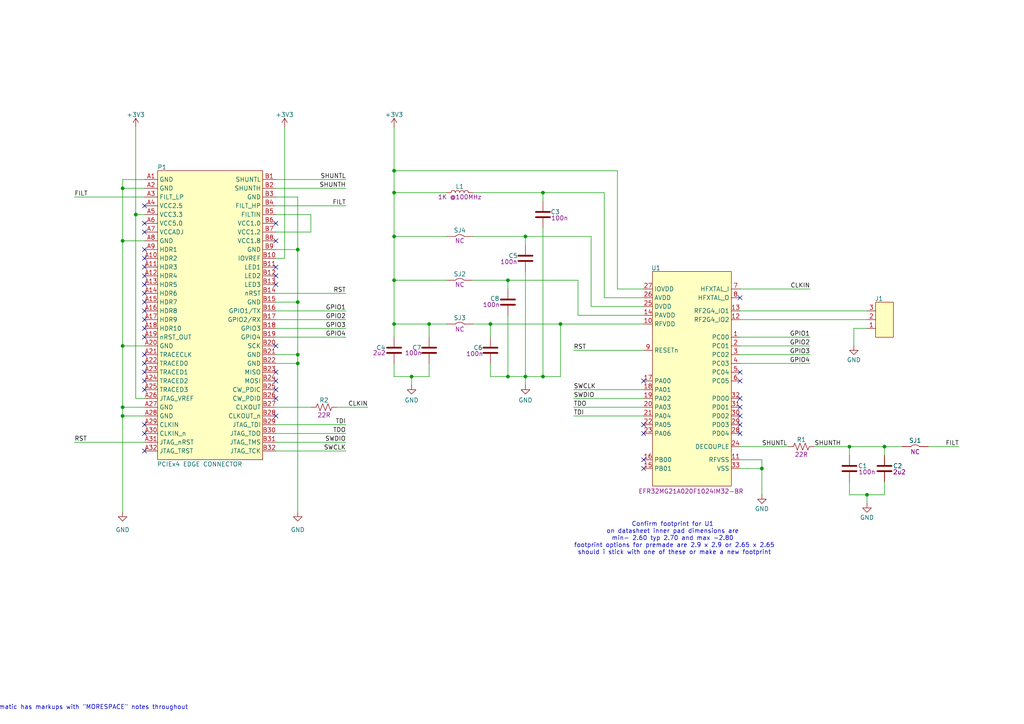
<source format=kicad_sch>
(kicad_sch (version 20231120) (generator "eeschema") (generator_version "8.0")
  (paper "A4")
  (lib_symbols
    (symbol "0603_Yageo_Res:RES_22R_0603" (pin_numbers hide)
      (property "Reference" "R" (at -20.32 5.08 0))
      (property "Display Value" "22R" (at 15.24 5.08 0))
      (symbol "RES_22R_0603_0_1"
        (polyline (pts (xy -2.286 0) (xy -2.54 0)))
        (polyline (pts (xy 2.286 0) (xy 2.54 0)))
        (polyline (pts (xy -2.286 0) (xy -1.905 1.016) (xy -1.524 0) (xy -1.143 -1.016) (xy -0.762 0)))
        (polyline (pts (xy -0.762 0) (xy -0.381 1.016) (xy 0 0) (xy 0.381 -1.016) (xy 0.762 0)))
        (polyline (pts (xy 0.762 0) (xy 1.143 1.016) (xy 1.524 0) (xy 1.905 -1.016) (xy 2.286 0)))
      )
      (symbol "RES_22R_0603_1_1"
        (pin passive line (at -3.81 0 0) (length 1.27) (name "~") (number "1"))
        (pin passive line (at 3.81 0 180) (length 1.27) (name "~") (number "2"))
      )
    )
    (symbol "Silkscreen_Symbols:CE_Free" (in_bom no)
      (property "Reference" "PCB" (at -2.54 6.35 0))
      (property "Value" "CE Symbol" (at 0 0 0))
    )
    (symbol "Silkscreen_Symbols:Pb_Free" (in_bom no)
      (property "Reference" "PCB" (at 0 0 0))
      (property "Value" "Pb_Free Symbol" (at 0 0 0))
    )
    (symbol "Silkscreen_Symbols:UKCA" (in_bom no)
      (property "Reference" "PCB" (at 0 0 0))
      (property "Value" "UKCA symbol" (at 0 0 0))
    )
    (symbol "Silkscreen_Symbols:WEEE" (in_bom no)
      (property "Reference" "PCB" (at -1.27 4.445 0))
      (property "Value" "WEEE SYMBOL" (at 0 0 0))
    )
    (symbol "nae_caps:CAP_100n_10V_0603" (pin_numbers hide)
      (property "Reference" "C" (at -20.32 5.08 0))
      (property "Display Value" "100n" (at 15.24 5.08 0))
      (symbol "CAP_100n_10V_0603_0_1"
        (polyline (pts (xy -0.762 -2.032) (xy -0.762 2.032)) (stroke (width 0.508)))
        (polyline (pts (xy 0.762 -2.032) (xy 0.762 2.032)) (stroke (width 0.508)))
      )
      (symbol "CAP_100n_10V_0603_1_1"
        (pin passive line (at -3.81 0 0) (length 2.794) (name "~") (number "1"))
        (pin passive line (at 3.81 0 180) (length 2.794) (name "~") (number "2"))
      )
    )
    (symbol "nae_caps:CAP_2u2_10V_0603" (pin_numbers hide)
      (property "Reference" "C" (at -20.32 5.08 0))
      (property "Display Value" "2u2" (at 15.24 5.08 0))
      (symbol "CAP_2u2_10V_0603_0_1"
        (polyline (pts (xy -0.762 -2.032) (xy -0.762 2.032)) (stroke (width 0.508)))
        (polyline (pts (xy 0.762 -2.032) (xy 0.762 2.032)) (stroke (width 0.508)))
      )
      (symbol "CAP_2u2_10V_0603_1_1"
        (pin passive line (at -3.81 0 0) (length 2.794) (name "~") (number "1"))
        (pin passive line (at 3.81 0 180) (length 2.794) (name "~") (number "2"))
      )
    )
    (symbol "power:+3V3" (power) (pin_numbers hide) (pin_names (offset 0) hide)
      (property "Value" "+3V3" (at 0 3.556 0))
      (symbol "+3V3_0_1"
        (polyline (pts (xy -0.762 1.27) (xy 0 2.54)))
        (polyline (pts (xy 0 0) (xy 0 2.54)))
        (polyline (pts (xy 0 2.54) (xy 0.762 1.27)))
      )
      (symbol "+3V3_1_1"
        (pin power_in line (at 0 0 90) (length 0) (name "~") (number "1"))
      )
    )
    (symbol "power:GND" (power) (pin_numbers hide) (pin_names (offset 0) hide)
      (property "Value" "GND" (at 0 -3.81 0))
      (symbol "GND_0_1"
        (polyline (pts (xy 0 0) (xy 0 -1.27) (xy 1.27 -1.27) (xy 0 -2.54) (xy -1.27 -1.27) (xy 0 -1.27)))
      )
      (symbol "GND_1_1"
        (pin power_in line (at 0 0 270) (length 0) (name "~") (number "1"))
      )
    )
    (symbol "tutorial_2_library:1x3 header 2.54mm"
      (property "Reference" "J" (at 1.27 3.81 0))
      (symbol "1x3 header 2.54mm_1_1"
        (rectangle (start 0 2.54) (end 5.08 -7.62) (fill (type background)))
        (pin unspecified line (at -2.54 -5.08 0) (length 2.54) (name "") (number "1"))
        (pin unspecified line (at -2.54 -2.54 0) (length 2.54) (name "") (number "2"))
        (pin unspecified line (at -2.54 0 0) (length 2.54) (name "") (number "3"))
      )
    )
    (symbol "tutorial_2_library:CW312T-Template" (in_bom no)
      (property "Reference" "P" (at -15.24 3.81 0))
      (property "Value" "PCIEx4 EDGE CONNECTOR " (at 3.81 3.81 0))
      (symbol "CW312T-Template_1_1"
        (rectangle (start -15.24 2.54) (end 15.24 -81.28) (fill (type background)))
        (pin unspecified line (at -19.05 0 0) (length 3.81) (name "GND") (number "A1"))
        (pin unspecified line (at -19.05 -22.86 0) (length 3.81) (name "HDR2") (number "A10"))
        (pin unspecified line (at -19.05 -25.4 0) (length 3.81) (name "HDR3") (number "A11"))
        (pin unspecified line (at -19.05 -27.94 0) (length 3.81) (name "HDR4") (number "A12"))
        (pin unspecified line (at -19.05 -30.48 0) (length 3.81) (name "HDR5") (number "A13"))
        (pin unspecified line (at -19.05 -33.02 0) (length 3.81) (name "HDR6") (number "A14"))
        (pin unspecified line (at -19.05 -35.56 0) (length 3.81) (name "HDR7") (number "A15"))
        (pin unspecified line (at -19.05 -38.1 0) (length 3.81) (name "HDR8") (number "A16"))
        (pin unspecified line (at -19.05 -40.64 0) (length 3.81) (name "HDR9") (number "A17"))
        (pin unspecified line (at -19.05 -43.18 0) (length 3.81) (name "HDR10") (number "A18"))
        (pin unspecified line (at -19.05 -45.72 0) (length 3.81) (name "nRST_OUT") (number "A19"))
        (pin unspecified line (at -19.05 -2.54 0) (length 3.81) (name "GND") (number "A2"))
        (pin unspecified line (at -19.05 -48.26 0) (length 3.81) (name "GND") (number "A20"))
        (pin unspecified line (at -19.05 -50.8 0) (length 3.81) (name "TRACECLK") (number "A21"))
        (pin unspecified line (at -19.05 -53.34 0) (length 3.81) (name "TRACED0") (number "A22"))
        (pin unspecified line (at -19.05 -55.88 0) (length 3.81) (name "TRACED1") (number "A23"))
        (pin unspecified line (at -19.05 -58.42 0) (length 3.81) (name "TRACED2") (number "A24"))
        (pin unspecified line (at -19.05 -60.96 0) (length 3.81) (name "TRACED3") (number "A25"))
        (pin unspecified line (at -19.05 -63.5 0) (length 3.81) (name "JTAG_VREF") (number "A26"))
        (pin unspecified line (at -19.05 -66.04 0) (length 3.81) (name "GND") (number "A27"))
        (pin unspecified line (at -19.05 -68.58 0) (length 3.81) (name "GND") (number "A28"))
        (pin unspecified line (at -19.05 -71.12 0) (length 3.81) (name "CLKIN") (number "A29"))
        (pin unspecified line (at -19.05 -5.08 0) (length 3.81) (name "FILT_LP") (number "A3"))
        (pin unspecified line (at -19.05 -73.66 0) (length 3.81) (name "CLKIN_n") (number "A30"))
        (pin unspecified line (at -19.05 -76.2 0) (length 3.81) (name "JTAG_nRST") (number "A31"))
        (pin unspecified line (at -19.05 -78.74 0) (length 3.81) (name "JTAG_TRST") (number "A32"))
        (pin unspecified line (at -19.05 -7.62 0) (length 3.81) (name "VCC2.5") (number "A4"))
        (pin unspecified line (at -19.05 -10.16 0) (length 3.81) (name "VCC3.3") (number "A5"))
        (pin unspecified line (at -19.05 -12.7 0) (length 3.81) (name "VCC5.0") (number "A6"))
        (pin unspecified line (at -19.05 -15.24 0) (length 3.81) (name "VCCADJ") (number "A7"))
        (pin unspecified line (at -19.05 -17.78 0) (length 3.81) (name "GND") (number "A8"))
        (pin unspecified line (at -19.05 -20.32 0) (length 3.81) (name "HDR1") (number "A9"))
        (pin unspecified line (at 19.05 0 180) (length 3.81) (name "SHUNTL") (number "B1"))
        (pin unspecified line (at 19.05 -22.86 180) (length 3.81) (name "IOVREF") (number "B10"))
        (pin unspecified line (at 19.05 -25.4 180) (length 3.81) (name "LED1") (number "B11"))
        (pin unspecified line (at 19.05 -27.94 180) (length 3.81) (name "LED2") (number "B12"))
        (pin unspecified line (at 19.05 -30.48 180) (length 3.81) (name "LED3") (number "B13"))
        (pin unspecified line (at 19.05 -33.02 180) (length 3.81) (name "nRST") (number "B14"))
        (pin unspecified line (at 19.05 -35.56 180) (length 3.81) (name "GND") (number "B15"))
        (pin unspecified line (at 19.05 -38.1 180) (length 3.81) (name "GPIO1/TX") (number "B16"))
        (pin unspecified line (at 19.05 -40.64 180) (length 3.81) (name "GPIO2/RX") (number "B17"))
        (pin unspecified line (at 19.05 -43.18 180) (length 3.81) (name "GPIO3") (number "B18"))
        (pin unspecified line (at 19.05 -45.72 180) (length 3.81) (name "GPIO4") (number "B19"))
        (pin unspecified line (at 19.05 -2.54 180) (length 3.81) (name "SHUNTH") (number "B2"))
        (pin unspecified line (at 19.05 -48.26 180) (length 3.81) (name "SCK") (number "B20"))
        (pin unspecified line (at 19.05 -50.8 180) (length 3.81) (name "GND") (number "B21"))
        (pin unspecified line (at 19.05 -53.34 180) (length 3.81) (name "GND") (number "B22"))
        (pin unspecified line (at 19.05 -55.88 180) (length 3.81) (name "MISO") (number "B23"))
        (pin unspecified line (at 19.05 -58.42 180) (length 3.81) (name "MOSI") (number "B24"))
        (pin unspecified line (at 19.05 -60.96 180) (length 3.81) (name "CW_PDIC") (number "B25"))
        (pin unspecified line (at 19.05 -63.5 180) (length 3.81) (name "CW_PDID") (number "B26"))
        (pin unspecified line (at 19.05 -66.04 180) (length 3.81) (name "CLKOUT") (number "B27"))
        (pin unspecified line (at 19.05 -68.58 180) (length 3.81) (name "CLKOUT_n") (number "B28"))
        (pin unspecified line (at 19.05 -71.12 180) (length 3.81) (name "JTAG_TDI") (number "B29"))
        (pin unspecified line (at 19.05 -5.08 180) (length 3.81) (name "GND") (number "B3"))
        (pin unspecified line (at 19.05 -73.66 180) (length 3.81) (name "JTAG_TDO") (number "B30"))
        (pin unspecified line (at 19.05 -76.2 180) (length 3.81) (name "JTAG_TMS") (number "B31"))
        (pin unspecified line (at 19.05 -78.74 180) (length 3.81) (name "JTAG_TCK") (number "B32"))
        (pin unspecified line (at 19.05 -7.62 180) (length 3.81) (name "FILT_HP") (number "B4"))
        (pin unspecified line (at 19.05 -10.16 180) (length 3.81) (name "FILTIN") (number "B5"))
        (pin unspecified line (at 19.05 -12.7 180) (length 3.81) (name "VCC1.0") (number "B6"))
        (pin unspecified line (at 19.05 -15.24 180) (length 3.81) (name "VCC1.2") (number "B7"))
        (pin unspecified line (at 19.05 -17.78 180) (length 3.81) (name "VCC1.8") (number "B8"))
        (pin unspecified line (at 19.05 -20.32 180) (length 3.81) (name "GND") (number "B9"))
      )
    )
    (symbol "tutorial_2_library:EFR32MG21A020F1024IM32-BR"
      (property "Reference" "U" (at -11.43 6.35 0))
      (property "Display Value" "EFR32MG21A020F1024IM32-BR" (at 3.81 -58.42 0))
      (symbol "EFR32MG21A020F1024IM32-BR_1_1"
        (rectangle (start -11.43 5.08) (end 11.43 -57.15) (fill (type background)))
        (pin unspecified line (at 13.97 -13.97 180) (length 2.54) (name "PC00") (number "1"))
        (pin unspecified line (at -13.97 -10.16 0) (length 2.54) (name "RFVDD") (number "10"))
        (pin unspecified line (at 13.97 -49.53 180) (length 2.54) (name "RFVSS") (number "11"))
        (pin unspecified line (at 13.97 -8.89 180) (length 2.54) (name "RF2G4_IO2") (number "12"))
        (pin unspecified line (at 13.97 -6.35 180) (length 2.54) (name "RF2G4_IO1") (number "13"))
        (pin unspecified line (at -13.97 -7.62 0) (length 2.54) (name "PAVDD") (number "14"))
        (pin unspecified line (at -13.97 -52.07 0) (length 2.54) (name "PB01") (number "15"))
        (pin unspecified line (at -13.97 -49.53 0) (length 2.54) (name "PB00") (number "16"))
        (pin unspecified line (at -13.97 -26.67 0) (length 2.54) (name "PA00") (number "17"))
        (pin unspecified line (at -13.97 -29.21 0) (length 2.54) (name "PA01") (number "18"))
        (pin unspecified line (at -13.97 -31.75 0) (length 2.54) (name "PA02") (number "19"))
        (pin unspecified line (at 13.97 -16.51 180) (length 2.54) (name "PC01") (number "2"))
        (pin unspecified line (at -13.97 -34.29 0) (length 2.54) (name "PA03") (number "20"))
        (pin unspecified line (at -13.97 -36.83 0) (length 2.54) (name "PA04") (number "21"))
        (pin unspecified line (at -13.97 -39.37 0) (length 2.54) (name "PA05") (number "22"))
        (pin unspecified line (at -13.97 -41.91 0) (length 2.54) (name "PA06") (number "23"))
        (pin unspecified line (at 13.97 -45.72 180) (length 2.54) (name "DECOUPLE") (number "24"))
        (pin unspecified line (at -13.97 -5.08 0) (length 2.54) (name "DVDD") (number "25"))
        (pin unspecified line (at -13.97 -2.54 0) (length 2.54) (name "AVDD") (number "26"))
        (pin unspecified line (at -13.97 0 0) (length 2.54) (name "IOVDD") (number "27"))
        (pin unspecified line (at 13.97 -41.91 180) (length 2.54) (name "PD04") (number "28"))
        (pin unspecified line (at 13.97 -39.37 180) (length 2.54) (name "PD03") (number "29"))
        (pin unspecified line (at 13.97 -19.05 180) (length 2.54) (name "PC02") (number "3"))
        (pin unspecified line (at 13.97 -36.83 180) (length 2.54) (name "PD02") (number "30"))
        (pin unspecified line (at 13.97 -34.29 180) (length 2.54) (name "PD01") (number "31"))
        (pin unspecified line (at 13.97 -31.75 180) (length 2.54) (name "PD00") (number "32"))
        (pin unspecified line (at 13.97 -52.07 180) (length 2.54) (name "VSS") (number "33"))
        (pin unspecified line (at 13.97 -21.59 180) (length 2.54) (name "PC03") (number "4"))
        (pin unspecified line (at 13.97 -24.13 180) (length 2.54) (name "PC04") (number "5"))
        (pin unspecified line (at 13.97 -26.67 180) (length 2.54) (name "PC05") (number "6"))
        (pin unspecified line (at 13.97 0 180) (length 2.54) (name "HFXTAL_I") (number "7"))
        (pin unspecified line (at 13.97 -2.54 180) (length 2.54) (name "HFXTAL_O") (number "8"))
        (pin unspecified line (at -13.97 -17.78 0) (length 2.54) (name "RESETn") (number "9"))
      )
    )
    (symbol "tutorial_2_library:IND_1K_100MHz_0603" (pin_numbers hide)
      (property "Reference" "L" (at -20.32 5.08 0))
      (property "Display Value" "1K @100MHz" (at 15.24 5.08 0))
      (symbol "IND_1K_100MHz_0603_0_1"
        (arc (start -1.27 0) (mid -1.905 0.6323) (end -2.54 0))
        (arc (start 0 0) (mid -0.635 0.6323) (end -1.27 0))
        (arc (start 1.27 0) (mid 0.635 0.6323) (end 0 0))
        (arc (start 2.54 0) (mid 1.905 0.6323) (end 1.27 0))
      )
      (symbol "IND_1K_100MHz_0603_1_1"
        (pin passive line (at -3.81 0 0) (length 1.27) (name "") (number "1"))
        (pin passive line (at 3.81 0 180) (length 1.27) (name "") (number "2"))
      )
    )
    (symbol "tutorial_2_library:Solder_Jumper_2_NC" (pin_numbers hide)
      (property "Reference" "SJ" (at -3.81 3.81 0))
      (property "Display Value" "NC" (at -3.81 0 0))
      (symbol "Solder_Jumper_2_NC_1_1"
        (arc (start 0 1.27) (mid -0.526 0) (end 0 -1.27))
        (pin unspecified line (at 0 3.81 270) (length 2.54) (name "") (number "1"))
        (pin unspecified line (at 0 -3.81 90) (length 2.54) (name "") (number "2"))
      )
    )
  )
  (junction (at 220.98 135.89))
  (junction (at 35.56 54.61))
  (junction (at 119.38 109.22))
  (junction (at 114.3 68.58))
  (junction (at 114.3 55.88))
  (junction (at 157.48 109.22))
  (junction (at 147.32 109.22))
  (junction (at 152.4 109.22))
  (junction (at 256.54 129.54))
  (junction (at 35.56 69.85))
  (junction (at 114.3 49.53))
  (junction (at 114.3 81.28))
  (junction (at 114.3 93.98))
  (junction (at 246.38 129.54))
  (junction (at 35.56 118.11))
  (junction (at 142.24 93.98))
  (junction (at 35.56 100.33))
  (junction (at 86.36 72.39))
  (junction (at 39.37 62.23))
  (junction (at 86.36 102.87))
  (junction (at 86.36 105.41))
  (junction (at 152.4 68.58))
  (junction (at 86.36 87.63))
  (junction (at 147.32 81.28))
  (junction (at 124.46 93.98))
  (junction (at 157.48 55.88))
  (junction (at 251.46 143.51))
  (junction (at 35.56 120.65))
  (junction (at 162.56 93.98))
  (no_connect (at 41.91 105.41))
  (no_connect (at 80.01 115.57))
  (no_connect (at 80.01 120.65))
  (no_connect (at 41.91 123.19))
  (no_connect (at 186.69 125.73))
  (no_connect (at 41.91 107.95))
  (no_connect (at 80.01 113.03))
  (no_connect (at 41.91 97.79))
  (no_connect (at 214.63 125.73))
  (no_connect (at 80.01 82.55))
  (no_connect (at 41.91 90.17))
  (no_connect (at 41.91 130.81))
  (no_connect (at 186.69 110.49))
  (no_connect (at 41.91 113.03))
  (no_connect (at 80.01 80.01))
  (no_connect (at 41.91 102.87))
  (no_connect (at 41.91 85.09))
  (no_connect (at 80.01 64.77))
  (no_connect (at 214.63 110.49))
  (no_connect (at 214.63 107.95))
  (no_connect (at 41.91 92.71))
  (no_connect (at 186.69 133.35))
  (no_connect (at 80.01 110.49))
  (no_connect (at 214.63 115.57))
  (no_connect (at 41.91 59.69))
  (no_connect (at 41.91 95.25))
  (no_connect (at 80.01 100.33))
  (no_connect (at 41.91 87.63))
  (no_connect (at 214.63 120.65))
  (no_connect (at 186.69 123.19))
  (no_connect (at 41.91 82.55))
  (no_connect (at 214.63 118.11))
  (no_connect (at 41.91 67.31))
  (no_connect (at 41.91 110.49))
  (no_connect (at 41.91 80.01))
  (no_connect (at 41.91 72.39))
  (no_connect (at 41.91 125.73))
  (no_connect (at 80.01 69.85))
  (no_connect (at 214.63 86.36))
  (no_connect (at 80.01 107.95))
  (no_connect (at 41.91 64.77))
  (no_connect (at 186.69 135.89))
  (no_connect (at 41.91 74.93))
  (no_connect (at 214.63 123.19))
  (no_connect (at 80.01 77.47))
  (no_connect (at 41.91 77.47))
  (wire (pts (xy 246.38 139.7) (xy 246.38 143.51)))
  (wire (pts (xy 166.37 120.65) (xy 186.69 120.65)))
  (wire (pts (xy 166.37 118.11) (xy 186.69 118.11)))
  (wire (pts (xy 86.36 57.15) (xy 80.01 57.15)))
  (wire (pts (xy 246.38 129.54) (xy 246.38 132.08)))
  (wire (pts (xy 157.48 55.88) (xy 157.48 58.42)))
  (wire (pts (xy 114.3 68.58) (xy 129.54 68.58)))
  (wire (pts (xy 220.98 133.35) (xy 214.63 133.35)))
  (wire (pts (xy 35.56 54.61) (xy 41.91 54.61)))
  (wire (pts (xy 119.38 109.22) (xy 124.46 109.22)))
  (wire (pts (xy 186.69 88.9) (xy 171.45 88.9)))
  (wire (pts (xy 179.07 49.53) (xy 114.3 49.53)))
  (wire (pts (xy 220.98 135.89) (xy 220.98 143.51)))
  (wire (pts (xy 80.01 54.61) (xy 100.33 54.61)))
  (wire (pts (xy 186.69 86.36) (xy 175.26 86.36)))
  (wire (pts (xy 86.36 102.87) (xy 86.36 105.41)))
  (wire (pts (xy 142.24 93.98) (xy 142.24 97.79)))
  (wire (pts (xy 166.37 113.03) (xy 186.69 113.03)))
  (wire (pts (xy 35.56 118.11) (xy 41.91 118.11)))
  (wire (pts (xy 147.32 109.22) (xy 152.4 109.22)))
  (wire (pts (xy 39.37 62.23) (xy 39.37 115.57)))
  (wire (pts (xy 35.56 120.65) (xy 41.91 120.65)))
  (wire (pts (xy 157.48 66.04) (xy 157.48 109.22)))
  (wire (pts (xy 80.01 130.81) (xy 100.33 130.81)))
  (wire (pts (xy 142.24 109.22) (xy 147.32 109.22)))
  (wire (pts (xy 251.46 95.25) (xy 247.65 95.25)))
  (wire (pts (xy 80.01 102.87) (xy 86.36 102.87)))
  (wire (pts (xy 114.3 68.58) (xy 114.3 81.28)))
  (wire (pts (xy 142.24 93.98) (xy 162.56 93.98)))
  (wire (pts (xy 175.26 86.36) (xy 175.26 55.88)))
  (wire (pts (xy 35.56 100.33) (xy 35.56 118.11)))
  (wire (pts (xy 86.36 57.15) (xy 86.36 72.39)))
  (wire (pts (xy 119.38 109.22) (xy 119.38 111.76)))
  (wire (pts (xy 114.3 55.88) (xy 129.54 55.88)))
  (wire (pts (xy 82.55 74.93) (xy 80.01 74.93)))
  (wire (pts (xy 137.16 93.98) (xy 142.24 93.98)))
  (wire (pts (xy 80.01 52.07) (xy 100.33 52.07)))
  (wire (pts (xy 39.37 36.83) (xy 39.37 62.23)))
  (wire (pts (xy 214.63 90.17) (xy 251.46 90.17)))
  (wire (pts (xy 167.64 91.44) (xy 167.64 81.28)))
  (wire (pts (xy 124.46 109.22) (xy 124.46 105.41)))
  (wire (pts (xy 137.16 81.28) (xy 147.32 81.28)))
  (wire (pts (xy 171.45 88.9) (xy 171.45 68.58)))
  (wire (pts (xy 251.46 143.51) (xy 251.46 146.05)))
  (wire (pts (xy 214.63 129.54) (xy 228.6 129.54)))
  (wire (pts (xy 86.36 105.41) (xy 86.36 148.59)))
  (wire (pts (xy 256.54 143.51) (xy 256.54 139.7)))
  (wire (pts (xy 152.4 109.22) (xy 152.4 111.76)))
  (wire (pts (xy 86.36 72.39) (xy 86.36 87.63)))
  (wire (pts (xy 157.48 55.88) (xy 175.26 55.88)))
  (wire (pts (xy 35.56 118.11) (xy 35.56 120.65)))
  (wire (pts (xy 114.3 109.22) (xy 119.38 109.22)))
  (wire (pts (xy 246.38 143.51) (xy 251.46 143.51)))
  (wire (pts (xy 80.01 67.31) (xy 90.17 67.31)))
  (wire (pts (xy 97.79 118.11) (xy 106.68 118.11)))
  (wire (pts (xy 214.63 135.89) (xy 220.98 135.89)))
  (wire (pts (xy 147.32 91.44) (xy 147.32 109.22)))
  (wire (pts (xy 162.56 93.98) (xy 186.69 93.98)))
  (wire (pts (xy 152.4 109.22) (xy 157.48 109.22)))
  (wire (pts (xy 269.24 129.54) (xy 278.13 129.54)))
  (wire (pts (xy 35.56 69.85) (xy 41.91 69.85)))
  (wire (pts (xy 236.22 129.54) (xy 246.38 129.54)))
  (wire (pts (xy 21.59 57.15) (xy 41.91 57.15)))
  (wire (pts (xy 246.38 129.54) (xy 256.54 129.54)))
  (wire (pts (xy 251.46 143.51) (xy 256.54 143.51)))
  (wire (pts (xy 220.98 133.35) (xy 220.98 135.89)))
  (wire (pts (xy 41.91 115.57) (xy 39.37 115.57)))
  (wire (pts (xy 162.56 109.22) (xy 162.56 93.98)))
  (wire (pts (xy 114.3 81.28) (xy 114.3 93.98)))
  (wire (pts (xy 166.37 115.57) (xy 186.69 115.57)))
  (wire (pts (xy 124.46 93.98) (xy 124.46 97.79)))
  (wire (pts (xy 35.56 52.07) (xy 35.56 54.61)))
  (wire (pts (xy 80.01 128.27) (xy 100.33 128.27)))
  (wire (pts (xy 157.48 109.22) (xy 162.56 109.22)))
  (wire (pts (xy 214.63 83.82) (xy 234.95 83.82)))
  (wire (pts (xy 41.91 62.23) (xy 39.37 62.23)))
  (wire (pts (xy 142.24 105.41) (xy 142.24 109.22)))
  (wire (pts (xy 137.16 68.58) (xy 152.4 68.58)))
  (wire (pts (xy 256.54 129.54) (xy 256.54 132.08)))
  (wire (pts (xy 256.54 129.54) (xy 261.62 129.54)))
  (wire (pts (xy 80.01 85.09) (xy 100.33 85.09)))
  (wire (pts (xy 247.65 95.25) (xy 247.65 100.33)))
  (wire (pts (xy 214.63 105.41) (xy 234.95 105.41)))
  (wire (pts (xy 41.91 52.07) (xy 35.56 52.07)))
  (wire (pts (xy 90.17 62.23) (xy 90.17 67.31)))
  (wire (pts (xy 214.63 102.87) (xy 234.95 102.87)))
  (wire (pts (xy 166.37 101.6) (xy 186.69 101.6)))
  (wire (pts (xy 147.32 81.28) (xy 167.64 81.28)))
  (wire (pts (xy 80.01 59.69) (xy 100.33 59.69)))
  (wire (pts (xy 137.16 55.88) (xy 157.48 55.88)))
  (wire (pts (xy 114.3 49.53) (xy 114.3 55.88)))
  (wire (pts (xy 214.63 97.79) (xy 234.95 97.79)))
  (wire (pts (xy 114.3 93.98) (xy 124.46 93.98)))
  (wire (pts (xy 114.3 81.28) (xy 129.54 81.28)))
  (wire (pts (xy 80.01 62.23) (xy 90.17 62.23)))
  (wire (pts (xy 86.36 87.63) (xy 86.36 102.87)))
  (wire (pts (xy 152.4 68.58) (xy 171.45 68.58)))
  (wire (pts (xy 114.3 93.98) (xy 114.3 97.79)))
  (wire (pts (xy 80.01 90.17) (xy 100.33 90.17)))
  (wire (pts (xy 152.4 78.74) (xy 152.4 109.22)))
  (wire (pts (xy 80.01 87.63) (xy 86.36 87.63)))
  (wire (pts (xy 186.69 83.82) (xy 179.07 83.82)))
  (wire (pts (xy 129.54 93.98) (xy 124.46 93.98)))
  (wire (pts (xy 82.55 36.83) (xy 82.55 74.93)))
  (wire (pts (xy 114.3 36.83) (xy 114.3 49.53)))
  (wire (pts (xy 80.01 72.39) (xy 86.36 72.39)))
  (wire (pts (xy 80.01 95.25) (xy 100.33 95.25)))
  (wire (pts (xy 80.01 125.73) (xy 100.33 125.73)))
  (wire (pts (xy 80.01 118.11) (xy 90.17 118.11)))
  (wire (pts (xy 35.56 120.65) (xy 35.56 148.59)))
  (wire (pts (xy 147.32 81.28) (xy 147.32 83.82)))
  (wire (pts (xy 80.01 92.71) (xy 100.33 92.71)))
  (wire (pts (xy 35.56 69.85) (xy 35.56 100.33)))
  (wire (pts (xy 21.59 128.27) (xy 41.91 128.27)))
  (wire (pts (xy 179.07 83.82) (xy 179.07 49.53)))
  (wire (pts (xy 186.69 91.44) (xy 167.64 91.44)))
  (wire (pts (xy 214.63 100.33) (xy 234.95 100.33)))
  (wire (pts (xy 114.3 105.41) (xy 114.3 109.22)))
  (wire (pts (xy 35.56 100.33) (xy 41.91 100.33)))
  (wire (pts (xy 114.3 55.88) (xy 114.3 68.58)))
  (wire (pts (xy 214.63 92.71) (xy 251.46 92.71)))
  (wire (pts (xy 80.01 97.79) (xy 100.33 97.79)))
  (wire (pts (xy 80.01 105.41) (xy 86.36 105.41)))
  (wire (pts (xy 35.56 54.61) (xy 35.56 69.85)))
  (wire (pts (xy 80.01 123.19) (xy 100.33 123.19)))
  (wire (pts (xy 152.4 68.58) (xy 152.4 71.12)))
  (text "Old schematic has markups with \"MORESPACE\" notes throughout\n" (at 22.86 205.232 0) (effects (font (size 1.27 1.27))))
  (text "Confirm footprint for U1 \non datasheet inner pad dimensions are \nmin- 2.60 typ 2.70 and max -2.80 \nfootprint options for premade are 2.9 x 2.9 or 2.65 x 2.65\nshould i stick with one of these or make a new footprint\n" (at 195.58 156.21 0) (effects (font (size 1.27 1.27))))
  (label "RST" (at 166.37 101.6 0))
  (label "SWCLK" (at 100.33 130.81 180))
  (label "GPIO2" (at 100.33 92.71 180))
  (label "TDO" (at 100.33 125.73 180))
  (label "GPIO1" (at 234.95 97.79 180))
  (label "TDO" (at 166.37 118.11 0))
  (label "SHUNTL" (at 100.33 52.07 180))
  (label "RST" (at 21.59 128.27 0))
  (label "FILT" (at 100.33 59.69 180))
  (label "FILT" (at 278.13 129.54 180))
  (label "CLKIN" (at 106.68 118.11 180))
  (label "SWDIO" (at 166.37 115.57 0))
  (label "GPIO4" (at 100.33 97.79 180))
  (label "GPIO2" (at 234.95 100.33 180))
  (label "FILT" (at 21.59 57.15 0))
  (label "SHUNTH" (at 100.33 54.61 180))
  (label "SHUNTH" (at 236.22 129.54 0))
  (label "TDI" (at 166.37 120.65 0))
  (label "GPIO3" (at 100.33 95.25 180))
  (label "SWCLK" (at 166.37 113.03 0))
  (label "GPIO3" (at 234.95 102.87 180))
  (label "TDI" (at 100.33 123.19 180))
  (label "GPIO4" (at 234.95 105.41 180))
  (label "GPIO1" (at 100.33 90.17 180))
  (label "SWDIO" (at 100.33 128.27 180))
  (label "SHUNTL" (at 220.98 129.54 0))
  (label "CLKIN" (at 234.95 83.82 180))
  (label "RST" (at 100.33 85.09 180))
  (symbol (lib_id "power:GND") (at 152.4 111.76 0) (unit 1)
    (property "Reference" "#PWR09" (effects (hide yes)))
    (property "Value" "GND" (at 152.4 116.078 0))
    (property "Description" "Power symbol creates a global label with name \"GND\" , ground" (effects (hide yes)))
  )
  (symbol (lib_id "nae_caps:CAP_2u2_10V_0603") (at 256.54 135.89 90) (unit 1)
    (property "Reference" "C2" (at 260.35 135.128 90))
    (property "Value" "CAP_2u2_10V_0603" (effects (hide yes)))
    (property "Footprint" "Capacitor_SMD:C_0603_1608Metric" (effects (hide yes)))
    (property "Datasheet" "https://www.yageo.com/upload/media/product/productsearch/datasheet/mlcc/UPY-GPHC_X7R_6.3V-to-250V_24.pdf" (effects (hide yes)))
    (property "Description" "CAP CER 2.2UF 10V X7R 0603" (effects (hide yes)))
    (property "Display Value" "2u2" (at 260.858 136.906 90))
    (property "Manufacturer" "YAGEO" (effects (hide yes)))
    (property "Manufacturer Part Number" "CC0603KPX7R6BB225" (effects (hide yes)))
    (property "Supplier 1" "DigiKey" (effects (hide yes)))
    (property "Supplier 1 Part Number" "13-CC0603KPX7R6BB225CT-ND" (effects (hide yes)))
    (property "Supplier 2" "no_data" (effects (hide yes)))
    (property "Supplier 2 Part Number" "no_data" (effects (hide yes)))
  )
  (symbol (lib_id "Silkscreen_Symbols:CE_Free") (at -31.75 172.72 0) (unit 1) (in_bom no)
    (property "Reference" "PCB1" (at -29.21 171.4499 0) (effects (justify left)))
    (property "Value" "CE Symbol" (at -29.21 173.9899 0) (effects (justify left)))
    (property "Footprint" "Silkscrren_Symbols:CE-Logo_8.5x6mm_SilkScreen" (effects (hide yes)))
  )
  (symbol (lib_id "tutorial_2_library:Solder_Jumper_2_NC") (at 133.35 81.28 270) (unit 1)
    (property "Reference" "SJ2" (at 133.35 79.502 90))
    (property "Footprint" "Jumper:SolderJumper-2_P1.3mm_Bridged2Bar_Pad1.0x1.5mm" (effects (hide yes)))
    (property "Display Value" "NC" (at 133.35 82.55 90))
  )
  (symbol (lib_id "tutorial_2_library:EFR32MG21A020F1024IM32-BR") (at 200.66 83.82 0) (unit 1)
    (property "Reference" "U1" (at 190.246 77.724 0))
    (property "Value" "EFR32MG21A020F1024IM32-BR" (effects (hide yes)))
    (property "Footprint" "Package_DFN_QFN:QFN-32-1EP_4x4mm_P0.4mm_EP2.9x2.9mm" (effects (hide yes)))
    (property "Datasheet" "https://www.silabs.com/documents/public/data-sheets/efr32mg21-datasheet.pdf" (effects (hide yes)))
    (property "Description" "IC RF TXRX+MCU BLE 32QFN" (effects (hide yes)))
    (property "Display Value" "EFR32MG21A020F1024IM32-BR" (at 200.406 142.494 0))
    (property "Manufacturer" "Silicon Labs" (effects (hide yes)))
    (property "Manufacturer Part Number" "EFR32MG21A020F1024IM32-BR" (effects (hide yes)))
    (property "Supplier 1" "DigiKey" (effects (hide yes)))
    (property "Supplier 1 Part Number" "336-5868-1-ND" (effects (hide yes)))
  )
  (symbol (lib_id "tutorial_2_library:IND_1K_100MHz_0603") (at 133.35 55.88 0) (unit 1)
    (property "Reference" "L1" (at 133.35 54.102 0))
    (property "Value" "IND_1K_0603" (effects (hide yes)))
    (property "Footprint" "Inductor_SMD:L_0603_1608Metric" (effects (hide yes)))
    (property "Datasheet" "https://mm.digikey.com/Volume0/opasdata/d220001/medias/docus/3715/FBMH1608HM102-T_SS.pdf" (effects (hide yes)))
    (property "Description" "FERRITE BEAD 1K OHM 0603 1LN" (effects (hide yes)))
    (property "Display Value" "1K @100MHz" (at 133.35 57.15 0))
    (property "Manufacturer" "Taiyo Yuden" (effects (hide yes)))
    (property "Manufacturer Part Number" "FBMH1608HM102-T" (effects (hide yes)))
    (property "Supplier 1" "DigiKey" (effects (hide yes)))
    (property "Supplier 1 Part Number" "587-1739-1-ND" (effects (hide yes)))
  )
  (symbol (lib_id "power:GND") (at 119.38 111.76 0) (unit 1)
    (property "Reference" "#PWR08" (effects (hide yes)))
    (property "Value" "GND" (at 119.38 116.078 0))
    (property "Description" "Power symbol creates a global label with name \"GND\" , ground" (effects (hide yes)))
  )
  (symbol (lib_id "0603_Yageo_Res:RES_22R_0603") (at 93.98 118.11 0) (unit 1)
    (property "Reference" "R2" (at 93.98 116.078 0))
    (property "Value" "RES_22R_0603" (effects (hide yes)))
    (property "Footprint" "Resistor_SMD:R_0603_1608Metric" (effects (hide yes)))
    (property "Datasheet" "https://www.yageo.com/upload/media/product/products/datasheet/rchip/PYu-RC_Group_51_RoHS_L_12.pdf" (effects (hide yes)))
    (property "Description" "RES 22 OHM 1% 1/10W 0603" (effects (hide yes)))
    (property "Display Value" "22R" (at 93.98 120.396 0))
    (property "Manufacturer" "YAGEO" (effects (hide yes)))
    (property "Manufacturer Part Number" "RC0603FR-0722RL" (effects (hide yes)))
    (property "Supplier 1" "DigiKey" (effects (hide yes)))
    (property "Supplier 1 Part Number" "311-22.0HRCT-ND" (effects (hide yes)))
    (property "Supplier 2" "no_data" (effects (hide yes)))
    (property "Supplier 2 Part Number" "no_data" (effects (hide yes)))
  )
  (symbol (lib_id "tutorial_2_library:Solder_Jumper_2_NC") (at 265.43 129.54 270) (unit 1)
    (property "Reference" "SJ1" (at 265.43 127.762 90))
    (property "Footprint" "Jumper:SolderJumper-2_P1.3mm_Bridged2Bar_Pad1.0x1.5mm" (effects (hide yes)))
    (property "Display Value" "NC" (at 265.43 131.064 90))
  )
  (symbol (lib_id "nae_caps:CAP_2u2_10V_0603") (at 114.3 101.6 90) (unit 1)
    (property "Reference" "C4" (at 110.49 100.838 90))
    (property "Value" "CAP_2u2_10V_0603" (effects (hide yes)))
    (property "Footprint" "Capacitor_SMD:C_0603_1608Metric" (effects (hide yes)))
    (property "Datasheet" "https://www.yageo.com/upload/media/product/productsearch/datasheet/mlcc/UPY-GPHC_X7R_6.3V-to-250V_24.pdf" (effects (hide yes)))
    (property "Description" "CAP CER 2.2UF 10V X7R 0603" (effects (hide yes)))
    (property "Display Value" "2u2" (at 109.982 102.362 90))
    (property "Manufacturer" "YAGEO" (effects (hide yes)))
    (property "Manufacturer Part Number" "CC0603KPX7R6BB225" (effects (hide yes)))
    (property "Supplier 1" "DigiKey" (effects (hide yes)))
    (property "Supplier 1 Part Number" "13-CC0603KPX7R6BB225CT-ND" (effects (hide yes)))
    (property "Supplier 2" "no_data" (effects (hide yes)))
    (property "Supplier 2 Part Number" "no_data" (effects (hide yes)))
  )
  (symbol (lib_id "Silkscreen_Symbols:WEEE") (at -31.75 187.96 0) (unit 1) (in_bom no)
    (property "Reference" "PCB4" (at -29.21 186.6899 0) (effects (justify left)))
    (property "Value" "WEEE SYMBOL" (at -29.21 189.2299 0) (effects (justify left)))
    (property "Footprint" "Silkscrren_Symbols:WEEE-Logo_5.6x8mm_SilkScreen" (effects (hide yes)))
  )
  (symbol (lib_id "power:+3V3") (at 82.55 36.83 0) (unit 1)
    (property "Reference" "#PWR04" (effects (hide yes)))
    (property "Value" "+3V3" (at 82.55 33.274 0))
    (property "Description" "Power symbol creates a global label with name \"+3V3\"" (effects (hide yes)))
  )
  (symbol (lib_id "Silkscreen_Symbols:UKCA") (at -31.75 182.88 0) (unit 1) (in_bom no)
    (property "Reference" "PCB3" (at -29.21 181.6099 0) (effects (justify left)))
    (property "Value" "UKCA symbol" (at -29.21 184.1499 0) (effects (justify left)))
    (property "Footprint" "Silkscrren_Symbols:UKCA-Logo_8x8mm_SilkScreen" (effects (hide yes)))
  )
  (symbol (lib_id "nae_caps:CAP_100n_10V_0603") (at 147.32 87.63 90) (unit 1)
    (property "Reference" "C8" (at 143.51 86.614 90))
    (property "Value" "CAP_100n_10V_0603" (effects (hide yes)))
    (property "Footprint" "Capacitor_SMD:C_0603_1608Metric" (effects (hide yes)))
    (property "Datasheet" "https://www.yageo.com/upload/media/product/productsearch/datasheet/mlcc/UPY-GPHC_X7R_6.3V-to-250V_24.pdf" (effects (hide yes)))
    (property "Description" "CAP CER 0.1UF 10V X7R 0603" (effects (hide yes)))
    (property "Display Value" "100n" (at 142.494 88.392 90))
    (property "Manufacturer" "YAGEO" (effects (hide yes)))
    (property "Manufacturer Part Number" "CC0603KRX7R6BB104" (effects (hide yes)))
    (property "Supplier 1" "DigiKey" (effects (hide yes)))
    (property "Supplier 1 Part Number" "311-4055-1-ND" (effects (hide yes)))
    (property "Supplier 2" "no_data" (effects (hide yes)))
    (property "Supplier 2 Part Number" "no_data" (effects (hide yes)))
  )
  (symbol (lib_id "tutorial_2_library:CW312T-Template") (at 60.96 52.07 0) (unit 1) (in_bom no)
    (property "Reference" "P1" (at 46.99 48.514 0))
    (property "Value" "PCIEx4 EDGE CONNECTOR" (at 57.912 134.62 0))
    (property "Footprint" "tutorial_2_library:CW312_Template" (effects (hide yes)))
    (property "Description" "BOARD AND EDGE CONNECTOR TEMPLATE FOR CW312 TARGETS" (effects (hide yes)))
  )
  (symbol (lib_id "power:GND") (at 86.36 148.59 0) (unit 1)
    (property "Reference" "#PWR03" (effects (hide yes)))
    (property "Value" "GND" (at 86.36 153.67 0))
    (property "Description" "Power symbol creates a global label with name \"GND\" , ground" (effects (hide yes)))
  )
  (symbol (lib_id "0603_Yageo_Res:RES_22R_0603") (at 232.41 129.54 0) (unit 1)
    (property "Reference" "R1" (at 232.41 127.508 0))
    (property "Value" "RES_22R_0603" (effects (hide yes)))
    (property "Footprint" "Resistor_SMD:R_0603_1608Metric" (effects (hide yes)))
    (property "Datasheet" "https://www.yageo.com/upload/media/product/products/datasheet/rchip/PYu-RC_Group_51_RoHS_L_12.pdf" (effects (hide yes)))
    (property "Description" "RES 22 OHM 1% 1/10W 0603" (effects (hide yes)))
    (property "Display Value" "22R" (at 232.41 131.826 0))
    (property "Manufacturer" "YAGEO" (effects (hide yes)))
    (property "Manufacturer Part Number" "RC0603FR-0722RL" (effects (hide yes)))
    (property "Supplier 1" "DigiKey" (effects (hide yes)))
    (property "Supplier 1 Part Number" "311-22.0HRCT-ND" (effects (hide yes)))
    (property "Supplier 2" "no_data" (effects (hide yes)))
    (property "Supplier 2 Part Number" "no_data" (effects (hide yes)))
  )
  (symbol (lib_id "power:GND") (at 220.98 143.51 0) (unit 1)
    (property "Reference" "#PWR05" (effects (hide yes)))
    (property "Value" "GND" (at 220.98 147.574 0))
    (property "Description" "Power symbol creates a global label with name \"GND\" , ground" (effects (hide yes)))
  )
  (symbol (lib_id "power:GND") (at 247.65 100.33 0) (unit 1)
    (property "Reference" "#PWR07" (effects (hide yes)))
    (property "Value" "GND" (at 247.65 104.394 0))
    (property "Description" "Power symbol creates a global label with name \"GND\" , ground" (effects (hide yes)))
  )
  (symbol (lib_id "tutorial_2_library:Solder_Jumper_2_NC") (at 133.35 68.58 270) (unit 1)
    (property "Reference" "SJ4" (at 133.35 66.802 90))
    (property "Footprint" "Jumper:SolderJumper-2_P1.3mm_Bridged2Bar_Pad1.0x1.5mm" (effects (hide yes)))
    (property "Display Value" "NC" (at 133.35 69.85 90))
  )
  (symbol (lib_id "power:+3V3") (at 39.37 36.83 0) (unit 1)
    (property "Reference" "#PWR01" (effects (hide yes)))
    (property "Value" "+3V3" (at 39.37 33.274 0))
    (property "Description" "Power symbol creates a global label with name \"+3V3\"" (effects (hide yes)))
  )
  (symbol (lib_id "tutorial_2_library:1x3 header 2.54mm") (at 254 90.17 0) (unit 1)
    (property "Reference" "J1" (at 253.746 86.614 0) (effects (justify left)))
    (property "Value" "1x3 straight header pins" (effects (hide yes)))
    (property "Footprint" "Connector_PinHeader_1.00mm:PinHeader_1x03_P1.00mm_Vertical" (effects (hide yes)))
    (property "Datasheet" "https://www.we-online.com/components/products/datasheet/61300311121.pdf" (effects (hide yes)))
    (property "Description" "CONN HEADER VERT 3POS 2.54MM" (effects (hide yes)))
    (property "Display Value" "Header" (effects (hide yes)))
    (property "Manufacturer" "Würth Elektronik" (effects (hide yes)))
    (property "Manufacturer Part Number" "61300311121" (effects (hide yes)))
    (property "Supplier 1" "DigiKey" (effects (hide yes)))
    (property "Supplier 1 Part Number" "732-5316-ND" (effects (hide yes)))
  )
  (symbol (lib_id "power:GND") (at 35.56 148.59 0) (unit 1)
    (property "Reference" "#PWR02" (effects (hide yes)))
    (property "Value" "GND" (at 35.56 153.67 0))
    (property "Description" "Power symbol creates a global label with name \"GND\" , ground" (effects (hide yes)))
  )
  (symbol (lib_id "power:GND") (at 251.46 146.05 0) (unit 1)
    (property "Reference" "#PWR06" (effects (hide yes)))
    (property "Value" "GND" (at 251.46 150.114 0))
    (property "Description" "Power symbol creates a global label with name \"GND\" , ground" (effects (hide yes)))
  )
  (symbol (lib_id "nae_caps:CAP_100n_10V_0603") (at 152.4 74.93 90) (unit 1)
    (property "Reference" "C5" (at 148.844 74.168 90))
    (property "Value" "CAP_100n_10V_0603" (effects (hide yes)))
    (property "Footprint" "Capacitor_SMD:C_0603_1608Metric" (effects (hide yes)))
    (property "Datasheet" "https://www.yageo.com/upload/media/product/productsearch/datasheet/mlcc/UPY-GPHC_X7R_6.3V-to-250V_24.pdf" (effects (hide yes)))
    (property "Description" "CAP CER 0.1UF 10V X7R 0603" (effects (hide yes)))
    (property "Display Value" "100n" (at 147.574 75.946 90))
    (property "Manufacturer" "YAGEO" (effects (hide yes)))
    (property "Manufacturer Part Number" "CC0603KRX7R6BB104" (effects (hide yes)))
    (property "Supplier 1" "DigiKey" (effects (hide yes)))
    (property "Supplier 1 Part Number" "311-4055-1-ND" (effects (hide yes)))
    (property "Supplier 2" "no_data" (effects (hide yes)))
    (property "Supplier 2 Part Number" "no_data" (effects (hide yes)))
  )
  (symbol (lib_id "Silkscreen_Symbols:Pb_Free") (at -31.75 177.8 0) (unit 1) (in_bom no)
    (property "Reference" "PCB2" (at -29.21 176.5299 0) (effects (justify left)))
    (property "Value" "Pb_Free Symbol" (at -29.21 179.0699 0) (effects (justify left)))
    (property "Footprint" "Silkscrren_Symbols:Pb_Free_8.0x8.0mm_SilkScreen" (effects (hide yes)))
  )
  (symbol (lib_id "nae_caps:CAP_100n_10V_0603") (at 157.48 62.23 90) (unit 1)
    (property "Reference" "C3" (at 161.036 61.468 90))
    (property "Value" "CAP_100n_10V_0603" (effects (hide yes)))
    (property "Footprint" "Capacitor_SMD:C_0603_1608Metric" (effects (hide yes)))
    (property "Datasheet" "https://www.yageo.com/upload/media/product/productsearch/datasheet/mlcc/UPY-GPHC_X7R_6.3V-to-250V_24.pdf" (effects (hide yes)))
    (property "Description" "CAP CER 0.1UF 10V X7R 0603" (effects (hide yes)))
    (property "Display Value" "100n" (at 162.306 63.246 90))
    (property "Manufacturer" "YAGEO" (effects (hide yes)))
    (property "Manufacturer Part Number" "CC0603KRX7R6BB104" (effects (hide yes)))
    (property "Supplier 1" "DigiKey" (effects (hide yes)))
    (property "Supplier 1 Part Number" "311-4055-1-ND" (effects (hide yes)))
    (property "Supplier 2" "no_data" (effects (hide yes)))
    (property "Supplier 2 Part Number" "no_data" (effects (hide yes)))
  )
  (symbol (lib_id "nae_caps:CAP_100n_10V_0603") (at 246.38 135.89 90) (unit 1)
    (property "Reference" "C1" (at 250.19 135.128 90))
    (property "Value" "CAP_100n_10V_0603" (effects (hide yes)))
    (property "Footprint" "Capacitor_SMD:C_0603_1608Metric" (effects (hide yes)))
    (property "Datasheet" "https://www.yageo.com/upload/media/product/productsearch/datasheet/mlcc/UPY-GPHC_X7R_6.3V-to-250V_24.pdf" (effects (hide yes)))
    (property "Description" "CAP CER 0.1UF 10V X7R 0603" (effects (hide yes)))
    (property "Display Value" "100n" (at 251.46 136.906 90))
    (property "Manufacturer" "YAGEO" (effects (hide yes)))
    (property "Manufacturer Part Number" "CC0603KRX7R6BB104" (effects (hide yes)))
    (property "Supplier 1" "DigiKey" (effects (hide yes)))
    (property "Supplier 1 Part Number" "311-4055-1-ND" (effects (hide yes)))
    (property "Supplier 2" "no_data" (effects (hide yes)))
    (property "Supplier 2 Part Number" "no_data" (effects (hide yes)))
  )
  (symbol (lib_id "tutorial_2_library:Solder_Jumper_2_NC") (at 133.35 93.98 270) (unit 1)
    (property "Reference" "SJ3" (at 133.35 92.202 90))
    (property "Footprint" "Jumper:SolderJumper-2_P1.3mm_Bridged2Bar_Pad1.0x1.5mm" (effects (hide yes)))
    (property "Display Value" "NC" (at 133.35 95.504 90))
  )
  (symbol (lib_id "nae_caps:CAP_100n_10V_0603") (at 142.24 101.6 90) (unit 1)
    (property "Reference" "C6" (at 138.684 100.838 90))
    (property "Value" "CAP_100n_10V_0603" (effects (hide yes)))
    (property "Footprint" "Capacitor_SMD:C_0603_1608Metric" (effects (hide yes)))
    (property "Datasheet" "https://www.yageo.com/upload/media/product/productsearch/datasheet/mlcc/UPY-GPHC_X7R_6.3V-to-250V_24.pdf" (effects (hide yes)))
    (property "Description" "CAP CER 0.1UF 10V X7R 0603" (effects (hide yes)))
    (property "Display Value" "100n" (at 137.668 102.616 90))
    (property "Manufacturer" "YAGEO" (effects (hide yes)))
    (property "Manufacturer Part Number" "CC0603KRX7R6BB104" (effects (hide yes)))
    (property "Supplier 1" "DigiKey" (effects (hide yes)))
    (property "Supplier 1 Part Number" "311-4055-1-ND" (effects (hide yes)))
    (property "Supplier 2" "no_data" (effects (hide yes)))
    (property "Supplier 2 Part Number" "no_data" (effects (hide yes)))
  )
  (symbol (lib_id "power:+3V3") (at 114.3 36.83 0) (unit 1)
    (property "Reference" "#PWR010" (effects (hide yes)))
    (property "Value" "+3V3" (at 114.3 33.274 0))
    (property "Description" "Power symbol creates a global label with name \"+3V3\"" (effects (hide yes)))
  )
  (symbol (lib_id "nae_caps:CAP_100n_10V_0603") (at 124.46 101.6 90) (unit 1)
    (property "Reference" "C7" (at 120.904 100.838 90))
    (property "Value" "CAP_100n_10V_0603" (effects (hide yes)))
    (property "Footprint" "Capacitor_SMD:C_0603_1608Metric" (effects (hide yes)))
    (property "Datasheet" "https://www.yageo.com/upload/media/product/productsearch/datasheet/mlcc/UPY-GPHC_X7R_6.3V-to-250V_24.pdf" (effects (hide yes)))
    (property "Description" "CAP CER 0.1UF 10V X7R 0603" (effects (hide yes)))
    (property "Display Value" "100n" (at 119.888 102.362 90))
    (property "Manufacturer" "YAGEO" (effects (hide yes)))
    (property "Manufacturer Part Number" "CC0603KRX7R6BB104" (effects (hide yes)))
    (property "Supplier 1" "DigiKey" (effects (hide yes)))
    (property "Supplier 1 Part Number" "311-4055-1-ND" (effects (hide yes)))
    (property "Supplier 2" "no_data" (effects (hide yes)))
    (property "Supplier 2 Part Number" "no_data" (effects (hide yes)))
  )
)
</source>
